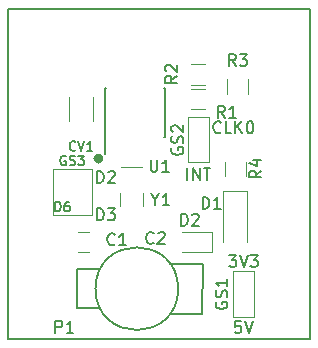
<source format=gbr>
G04 #@! TF.FileFunction,Legend,Top*
%FSLAX46Y46*%
G04 Gerber Fmt 4.6, Leading zero omitted, Abs format (unit mm)*
G04 Created by KiCad (PCBNEW 4.0.6) date 04/09/19 20:00:22*
%MOMM*%
%LPD*%
G01*
G04 APERTURE LIST*
%ADD10C,0.100000*%
%ADD11C,0.150000*%
%ADD12C,0.400000*%
%ADD13C,0.120000*%
G04 APERTURE END LIST*
D10*
D11*
X142660524Y-79896905D02*
X142660524Y-79096905D01*
X142851000Y-79096905D01*
X142965286Y-79135000D01*
X143041477Y-79211190D01*
X143079572Y-79287381D01*
X143117667Y-79439762D01*
X143117667Y-79554048D01*
X143079572Y-79706429D01*
X143041477Y-79782619D01*
X142965286Y-79858810D01*
X142851000Y-79896905D01*
X142660524Y-79896905D01*
X143803381Y-79096905D02*
X143651000Y-79096905D01*
X143574810Y-79135000D01*
X143536715Y-79173095D01*
X143460524Y-79287381D01*
X143422429Y-79439762D01*
X143422429Y-79744524D01*
X143460524Y-79820714D01*
X143498619Y-79858810D01*
X143574810Y-79896905D01*
X143727191Y-79896905D01*
X143803381Y-79858810D01*
X143841477Y-79820714D01*
X143879572Y-79744524D01*
X143879572Y-79554048D01*
X143841477Y-79477857D01*
X143803381Y-79439762D01*
X143727191Y-79401667D01*
X143574810Y-79401667D01*
X143498619Y-79439762D01*
X143460524Y-79477857D01*
X143422429Y-79554048D01*
D12*
X146535009Y-75425000D02*
G75*
G03X146535009Y-75425000I-214009J0D01*
G01*
D11*
X164221000Y-62745000D02*
X138701000Y-62745000D01*
X164221000Y-90685000D02*
X164221000Y-62745000D01*
X138701000Y-90685000D02*
X164221000Y-90685000D01*
X138701000Y-62745000D02*
X138701000Y-90685000D01*
X156675572Y-73181343D02*
X156627953Y-73228962D01*
X156485096Y-73276581D01*
X156389858Y-73276581D01*
X156247000Y-73228962D01*
X156151762Y-73133724D01*
X156104143Y-73038486D01*
X156056524Y-72848010D01*
X156056524Y-72705152D01*
X156104143Y-72514676D01*
X156151762Y-72419438D01*
X156247000Y-72324200D01*
X156389858Y-72276581D01*
X156485096Y-72276581D01*
X156627953Y-72324200D01*
X156675572Y-72371819D01*
X157580334Y-73276581D02*
X157104143Y-73276581D01*
X157104143Y-72276581D01*
X157913667Y-73276581D02*
X157913667Y-72276581D01*
X158485096Y-73276581D02*
X158056524Y-72705152D01*
X158485096Y-72276581D02*
X157913667Y-72848010D01*
X159104143Y-72276581D02*
X159199382Y-72276581D01*
X159294620Y-72324200D01*
X159342239Y-72371819D01*
X159389858Y-72467057D01*
X159437477Y-72657533D01*
X159437477Y-72895629D01*
X159389858Y-73086105D01*
X159342239Y-73181343D01*
X159294620Y-73228962D01*
X159199382Y-73276581D01*
X159104143Y-73276581D01*
X159008905Y-73228962D01*
X158961286Y-73181343D01*
X158913667Y-73086105D01*
X158866048Y-72895629D01*
X158866048Y-72657533D01*
X158913667Y-72467057D01*
X158961286Y-72371819D01*
X159008905Y-72324200D01*
X159104143Y-72276581D01*
X153845038Y-77238981D02*
X153845038Y-76238981D01*
X154321228Y-77238981D02*
X154321228Y-76238981D01*
X154892657Y-77238981D01*
X154892657Y-76238981D01*
X155225990Y-76238981D02*
X155797419Y-76238981D01*
X155511704Y-77238981D02*
X155511704Y-76238981D01*
X146192905Y-80647381D02*
X146192905Y-79647381D01*
X146431000Y-79647381D01*
X146573858Y-79695000D01*
X146669096Y-79790238D01*
X146716715Y-79885476D01*
X146764334Y-80075952D01*
X146764334Y-80218810D01*
X146716715Y-80409286D01*
X146669096Y-80504524D01*
X146573858Y-80599762D01*
X146431000Y-80647381D01*
X146192905Y-80647381D01*
X147097667Y-79647381D02*
X147716715Y-79647381D01*
X147383381Y-80028333D01*
X147526239Y-80028333D01*
X147621477Y-80075952D01*
X147669096Y-80123571D01*
X147716715Y-80218810D01*
X147716715Y-80456905D01*
X147669096Y-80552143D01*
X147621477Y-80599762D01*
X147526239Y-80647381D01*
X147240524Y-80647381D01*
X147145286Y-80599762D01*
X147097667Y-80552143D01*
X146188505Y-77492981D02*
X146188505Y-76492981D01*
X146426600Y-76492981D01*
X146569458Y-76540600D01*
X146664696Y-76635838D01*
X146712315Y-76731076D01*
X146759934Y-76921552D01*
X146759934Y-77064410D01*
X146712315Y-77254886D01*
X146664696Y-77350124D01*
X146569458Y-77445362D01*
X146426600Y-77492981D01*
X146188505Y-77492981D01*
X147140886Y-76588219D02*
X147188505Y-76540600D01*
X147283743Y-76492981D01*
X147521839Y-76492981D01*
X147617077Y-76540600D01*
X147664696Y-76588219D01*
X147712315Y-76683457D01*
X147712315Y-76778695D01*
X147664696Y-76921552D01*
X147093267Y-77492981D01*
X147712315Y-77492981D01*
X157372505Y-83604981D02*
X157991553Y-83604981D01*
X157658219Y-83985933D01*
X157801077Y-83985933D01*
X157896315Y-84033552D01*
X157943934Y-84081171D01*
X157991553Y-84176410D01*
X157991553Y-84414505D01*
X157943934Y-84509743D01*
X157896315Y-84557362D01*
X157801077Y-84604981D01*
X157515362Y-84604981D01*
X157420124Y-84557362D01*
X157372505Y-84509743D01*
X158277267Y-83604981D02*
X158610600Y-84604981D01*
X158943934Y-83604981D01*
X159182029Y-83604981D02*
X159801077Y-83604981D01*
X159467743Y-83985933D01*
X159610601Y-83985933D01*
X159705839Y-84033552D01*
X159753458Y-84081171D01*
X159801077Y-84176410D01*
X159801077Y-84414505D01*
X159753458Y-84509743D01*
X159705839Y-84557362D01*
X159610601Y-84604981D01*
X159324886Y-84604981D01*
X159229648Y-84557362D01*
X159182029Y-84509743D01*
X158369324Y-89192981D02*
X157893133Y-89192981D01*
X157845514Y-89669171D01*
X157893133Y-89621552D01*
X157988371Y-89573933D01*
X158226467Y-89573933D01*
X158321705Y-89621552D01*
X158369324Y-89669171D01*
X158416943Y-89764410D01*
X158416943Y-90002505D01*
X158369324Y-90097743D01*
X158321705Y-90145362D01*
X158226467Y-90192981D01*
X157988371Y-90192981D01*
X157893133Y-90145362D01*
X157845514Y-90097743D01*
X158702657Y-89192981D02*
X159035990Y-90192981D01*
X159369324Y-89192981D01*
D13*
X153859800Y-71930200D02*
X153859800Y-75750200D01*
X153859800Y-75750200D02*
X155639800Y-75750200D01*
X155639800Y-75750200D02*
X155639800Y-71930200D01*
X153859800Y-71930200D02*
X155639800Y-71930200D01*
X150061000Y-78319400D02*
X150061000Y-79419400D01*
X148161000Y-78319400D02*
X148161000Y-79419400D01*
X150011000Y-76169400D02*
X148211000Y-76169400D01*
X158899400Y-82499000D02*
X158899400Y-78199000D01*
X158899400Y-78199000D02*
X156899400Y-78199000D01*
X156899400Y-78199000D02*
X156899400Y-82499000D01*
D11*
X146840800Y-73629200D02*
X146890800Y-73629200D01*
X146840800Y-69479200D02*
X146985800Y-69479200D01*
X151990800Y-69479200D02*
X151845800Y-69479200D01*
X151990800Y-73629200D02*
X151845800Y-73629200D01*
X146840800Y-73629200D02*
X146840800Y-69479200D01*
X151990800Y-73629200D02*
X151990800Y-69479200D01*
X146890800Y-73629200D02*
X146890800Y-75029200D01*
D13*
X157222600Y-69919000D02*
X157222600Y-68719000D01*
X158982600Y-68719000D02*
X158982600Y-69919000D01*
X145547000Y-81677000D02*
X144547000Y-81677000D01*
X144547000Y-83377000D02*
X145547000Y-83377000D01*
X159500600Y-88805800D02*
X159500600Y-84985800D01*
X159500600Y-84985800D02*
X157720600Y-84985800D01*
X157720600Y-84985800D02*
X157720600Y-88805800D01*
X159500600Y-88805800D02*
X157720600Y-88805800D01*
X153859800Y-71930200D02*
X153859800Y-75750200D01*
X153859800Y-75750200D02*
X155639800Y-75750200D01*
X155639800Y-75750200D02*
X155639800Y-71930200D01*
X153859800Y-71930200D02*
X155639800Y-71930200D01*
X154149800Y-69505800D02*
X155349800Y-69505800D01*
X155349800Y-71265800D02*
X154149800Y-71265800D01*
X154149800Y-67423000D02*
X155349800Y-67423000D01*
X155349800Y-69183000D02*
X154149800Y-69183000D01*
X145863800Y-72249400D02*
X145863800Y-70249400D01*
X143823800Y-70249400D02*
X143823800Y-72249400D01*
D11*
X152348200Y-88568600D02*
X155118200Y-88588600D01*
X155118200Y-88588600D02*
X155138200Y-84368600D01*
X155198200Y-84358600D02*
X152418200Y-84368600D01*
X146478200Y-88098600D02*
X144508200Y-88098600D01*
X144508200Y-88028600D02*
X144528200Y-84788600D01*
X144508200Y-84778600D02*
X146438200Y-84778600D01*
X153068329Y-86438600D02*
G75*
G03X153068329Y-86438600I-3500129J0D01*
G01*
D13*
X155945000Y-83326200D02*
X155945000Y-81626200D01*
X155945000Y-81626200D02*
X153395000Y-81626200D01*
X155945000Y-83326200D02*
X153395000Y-83326200D01*
X158779400Y-75678600D02*
X158779400Y-76878600D01*
X157019400Y-76878600D02*
X157019400Y-75678600D01*
X144004600Y-76349800D02*
X142474600Y-76349800D01*
X144004600Y-80169800D02*
X142474600Y-80169800D01*
X142474600Y-76349800D02*
X142474600Y-80169800D01*
X144004600Y-80169800D02*
X145784600Y-80169800D01*
X145784600Y-80169800D02*
X145784600Y-76349800D01*
X144004600Y-76349800D02*
X145784600Y-76349800D01*
D11*
X142672905Y-90167381D02*
X142672905Y-89167381D01*
X143053858Y-89167381D01*
X143149096Y-89215000D01*
X143196715Y-89262619D01*
X143244334Y-89357857D01*
X143244334Y-89500714D01*
X143196715Y-89595952D01*
X143149096Y-89643571D01*
X143053858Y-89691190D01*
X142672905Y-89691190D01*
X144196715Y-90167381D02*
X143625286Y-90167381D01*
X143911000Y-90167381D02*
X143911000Y-89167381D01*
X143815762Y-89310238D01*
X143720524Y-89405476D01*
X143625286Y-89453095D01*
X152549800Y-74530676D02*
X152502181Y-74625914D01*
X152502181Y-74768771D01*
X152549800Y-74911629D01*
X152645038Y-75006867D01*
X152740276Y-75054486D01*
X152930752Y-75102105D01*
X153073610Y-75102105D01*
X153264086Y-75054486D01*
X153359324Y-75006867D01*
X153454562Y-74911629D01*
X153502181Y-74768771D01*
X153502181Y-74673533D01*
X153454562Y-74530676D01*
X153406943Y-74483057D01*
X153073610Y-74483057D01*
X153073610Y-74673533D01*
X153454562Y-74102105D02*
X153502181Y-73959248D01*
X153502181Y-73721152D01*
X153454562Y-73625914D01*
X153406943Y-73578295D01*
X153311705Y-73530676D01*
X153216467Y-73530676D01*
X153121229Y-73578295D01*
X153073610Y-73625914D01*
X153025990Y-73721152D01*
X152978371Y-73911629D01*
X152930752Y-74006867D01*
X152883133Y-74054486D01*
X152787895Y-74102105D01*
X152692657Y-74102105D01*
X152597419Y-74054486D01*
X152549800Y-74006867D01*
X152502181Y-73911629D01*
X152502181Y-73673533D01*
X152549800Y-73530676D01*
X152597419Y-73149724D02*
X152549800Y-73102105D01*
X152502181Y-73006867D01*
X152502181Y-72768771D01*
X152549800Y-72673533D01*
X152597419Y-72625914D01*
X152692657Y-72578295D01*
X152787895Y-72578295D01*
X152930752Y-72625914D01*
X153502181Y-73197343D01*
X153502181Y-72578295D01*
X151124009Y-78896390D02*
X151124009Y-79372581D01*
X150790676Y-78372581D02*
X151124009Y-78896390D01*
X151457343Y-78372581D01*
X152314486Y-79372581D02*
X151743057Y-79372581D01*
X152028771Y-79372581D02*
X152028771Y-78372581D01*
X151933533Y-78515438D01*
X151838295Y-78610676D01*
X151743057Y-78658295D01*
X155129305Y-79677381D02*
X155129305Y-78677381D01*
X155367400Y-78677381D01*
X155510258Y-78725000D01*
X155605496Y-78820238D01*
X155653115Y-78915476D01*
X155700734Y-79105952D01*
X155700734Y-79248810D01*
X155653115Y-79439286D01*
X155605496Y-79534524D01*
X155510258Y-79629762D01*
X155367400Y-79677381D01*
X155129305Y-79677381D01*
X156653115Y-79677381D02*
X156081686Y-79677381D01*
X156367400Y-79677381D02*
X156367400Y-78677381D01*
X156272162Y-78820238D01*
X156176924Y-78915476D01*
X156081686Y-78963095D01*
X150736695Y-75527781D02*
X150736695Y-76337305D01*
X150784314Y-76432543D01*
X150831933Y-76480162D01*
X150927171Y-76527781D01*
X151117648Y-76527781D01*
X151212886Y-76480162D01*
X151260505Y-76432543D01*
X151308124Y-76337305D01*
X151308124Y-75527781D01*
X152308124Y-76527781D02*
X151736695Y-76527781D01*
X152022409Y-76527781D02*
X152022409Y-75527781D01*
X151927171Y-75670638D01*
X151831933Y-75765876D01*
X151736695Y-75813495D01*
X157935934Y-67586981D02*
X157602600Y-67110790D01*
X157364505Y-67586981D02*
X157364505Y-66586981D01*
X157745458Y-66586981D01*
X157840696Y-66634600D01*
X157888315Y-66682219D01*
X157935934Y-66777457D01*
X157935934Y-66920314D01*
X157888315Y-67015552D01*
X157840696Y-67063171D01*
X157745458Y-67110790D01*
X157364505Y-67110790D01*
X158269267Y-66586981D02*
X158888315Y-66586981D01*
X158554981Y-66967933D01*
X158697839Y-66967933D01*
X158793077Y-67015552D01*
X158840696Y-67063171D01*
X158888315Y-67158410D01*
X158888315Y-67396505D01*
X158840696Y-67491743D01*
X158793077Y-67539362D01*
X158697839Y-67586981D01*
X158412124Y-67586981D01*
X158316886Y-67539362D01*
X158269267Y-67491743D01*
X147694334Y-82672143D02*
X147646715Y-82719762D01*
X147503858Y-82767381D01*
X147408620Y-82767381D01*
X147265762Y-82719762D01*
X147170524Y-82624524D01*
X147122905Y-82529286D01*
X147075286Y-82338810D01*
X147075286Y-82195952D01*
X147122905Y-82005476D01*
X147170524Y-81910238D01*
X147265762Y-81815000D01*
X147408620Y-81767381D01*
X147503858Y-81767381D01*
X147646715Y-81815000D01*
X147694334Y-81862619D01*
X148646715Y-82767381D02*
X148075286Y-82767381D01*
X148361000Y-82767381D02*
X148361000Y-81767381D01*
X148265762Y-81910238D01*
X148170524Y-82005476D01*
X148075286Y-82053095D01*
X156281800Y-87586276D02*
X156234181Y-87681514D01*
X156234181Y-87824371D01*
X156281800Y-87967229D01*
X156377038Y-88062467D01*
X156472276Y-88110086D01*
X156662752Y-88157705D01*
X156805610Y-88157705D01*
X156996086Y-88110086D01*
X157091324Y-88062467D01*
X157186562Y-87967229D01*
X157234181Y-87824371D01*
X157234181Y-87729133D01*
X157186562Y-87586276D01*
X157138943Y-87538657D01*
X156805610Y-87538657D01*
X156805610Y-87729133D01*
X157186562Y-87157705D02*
X157234181Y-87014848D01*
X157234181Y-86776752D01*
X157186562Y-86681514D01*
X157138943Y-86633895D01*
X157043705Y-86586276D01*
X156948467Y-86586276D01*
X156853229Y-86633895D01*
X156805610Y-86681514D01*
X156757990Y-86776752D01*
X156710371Y-86967229D01*
X156662752Y-87062467D01*
X156615133Y-87110086D01*
X156519895Y-87157705D01*
X156424657Y-87157705D01*
X156329419Y-87110086D01*
X156281800Y-87062467D01*
X156234181Y-86967229D01*
X156234181Y-86729133D01*
X156281800Y-86586276D01*
X157234181Y-85633895D02*
X157234181Y-86205324D01*
X157234181Y-85919610D02*
X156234181Y-85919610D01*
X156377038Y-86014848D01*
X156472276Y-86110086D01*
X156519895Y-86205324D01*
X152549800Y-74530676D02*
X152502181Y-74625914D01*
X152502181Y-74768771D01*
X152549800Y-74911629D01*
X152645038Y-75006867D01*
X152740276Y-75054486D01*
X152930752Y-75102105D01*
X153073610Y-75102105D01*
X153264086Y-75054486D01*
X153359324Y-75006867D01*
X153454562Y-74911629D01*
X153502181Y-74768771D01*
X153502181Y-74673533D01*
X153454562Y-74530676D01*
X153406943Y-74483057D01*
X153073610Y-74483057D01*
X153073610Y-74673533D01*
X153454562Y-74102105D02*
X153502181Y-73959248D01*
X153502181Y-73721152D01*
X153454562Y-73625914D01*
X153406943Y-73578295D01*
X153311705Y-73530676D01*
X153216467Y-73530676D01*
X153121229Y-73578295D01*
X153073610Y-73625914D01*
X153025990Y-73721152D01*
X152978371Y-73911629D01*
X152930752Y-74006867D01*
X152883133Y-74054486D01*
X152787895Y-74102105D01*
X152692657Y-74102105D01*
X152597419Y-74054486D01*
X152549800Y-74006867D01*
X152502181Y-73911629D01*
X152502181Y-73673533D01*
X152549800Y-73530676D01*
X152597419Y-73149724D02*
X152549800Y-73102105D01*
X152502181Y-73006867D01*
X152502181Y-72768771D01*
X152549800Y-72673533D01*
X152597419Y-72625914D01*
X152692657Y-72578295D01*
X152787895Y-72578295D01*
X152930752Y-72625914D01*
X153502181Y-73197343D01*
X153502181Y-72578295D01*
X157021534Y-71955781D02*
X156688200Y-71479590D01*
X156450105Y-71955781D02*
X156450105Y-70955781D01*
X156831058Y-70955781D01*
X156926296Y-71003400D01*
X156973915Y-71051019D01*
X157021534Y-71146257D01*
X157021534Y-71289114D01*
X156973915Y-71384352D01*
X156926296Y-71431971D01*
X156831058Y-71479590D01*
X156450105Y-71479590D01*
X157973915Y-71955781D02*
X157402486Y-71955781D01*
X157688200Y-71955781D02*
X157688200Y-70955781D01*
X157592962Y-71098638D01*
X157497724Y-71193876D01*
X157402486Y-71241495D01*
X152966981Y-68418866D02*
X152490790Y-68752200D01*
X152966981Y-68990295D02*
X151966981Y-68990295D01*
X151966981Y-68609342D01*
X152014600Y-68514104D01*
X152062219Y-68466485D01*
X152157457Y-68418866D01*
X152300314Y-68418866D01*
X152395552Y-68466485D01*
X152443171Y-68514104D01*
X152490790Y-68609342D01*
X152490790Y-68990295D01*
X152062219Y-68037914D02*
X152014600Y-67990295D01*
X151966981Y-67895057D01*
X151966981Y-67656961D01*
X152014600Y-67561723D01*
X152062219Y-67514104D01*
X152157457Y-67466485D01*
X152252695Y-67466485D01*
X152395552Y-67514104D01*
X152966981Y-68085533D01*
X152966981Y-67466485D01*
X144367610Y-74684714D02*
X144329515Y-74722810D01*
X144215229Y-74760905D01*
X144139039Y-74760905D01*
X144024753Y-74722810D01*
X143948562Y-74646619D01*
X143910467Y-74570429D01*
X143872372Y-74418048D01*
X143872372Y-74303762D01*
X143910467Y-74151381D01*
X143948562Y-74075190D01*
X144024753Y-73999000D01*
X144139039Y-73960905D01*
X144215229Y-73960905D01*
X144329515Y-73999000D01*
X144367610Y-74037095D01*
X144596181Y-73960905D02*
X144862848Y-74760905D01*
X145129515Y-73960905D01*
X145815229Y-74760905D02*
X145358086Y-74760905D01*
X145586657Y-74760905D02*
X145586657Y-73960905D01*
X145510467Y-74075190D01*
X145434276Y-74151381D01*
X145358086Y-74189476D01*
X150984334Y-82552143D02*
X150936715Y-82599762D01*
X150793858Y-82647381D01*
X150698620Y-82647381D01*
X150555762Y-82599762D01*
X150460524Y-82504524D01*
X150412905Y-82409286D01*
X150365286Y-82218810D01*
X150365286Y-82075952D01*
X150412905Y-81885476D01*
X150460524Y-81790238D01*
X150555762Y-81695000D01*
X150698620Y-81647381D01*
X150793858Y-81647381D01*
X150936715Y-81695000D01*
X150984334Y-81742619D01*
X151365286Y-81742619D02*
X151412905Y-81695000D01*
X151508143Y-81647381D01*
X151746239Y-81647381D01*
X151841477Y-81695000D01*
X151889096Y-81742619D01*
X151936715Y-81837857D01*
X151936715Y-81933095D01*
X151889096Y-82075952D01*
X151317667Y-82647381D01*
X151936715Y-82647381D01*
X153300505Y-81099781D02*
X153300505Y-80099781D01*
X153538600Y-80099781D01*
X153681458Y-80147400D01*
X153776696Y-80242638D01*
X153824315Y-80337876D01*
X153871934Y-80528352D01*
X153871934Y-80671210D01*
X153824315Y-80861686D01*
X153776696Y-80956924D01*
X153681458Y-81052162D01*
X153538600Y-81099781D01*
X153300505Y-81099781D01*
X154252886Y-80195019D02*
X154300505Y-80147400D01*
X154395743Y-80099781D01*
X154633839Y-80099781D01*
X154729077Y-80147400D01*
X154776696Y-80195019D01*
X154824315Y-80290257D01*
X154824315Y-80385495D01*
X154776696Y-80528352D01*
X154205267Y-81099781D01*
X154824315Y-81099781D01*
X160093381Y-76441666D02*
X159617190Y-76775000D01*
X160093381Y-77013095D02*
X159093381Y-77013095D01*
X159093381Y-76632142D01*
X159141000Y-76536904D01*
X159188619Y-76489285D01*
X159283857Y-76441666D01*
X159426714Y-76441666D01*
X159521952Y-76489285D01*
X159569571Y-76536904D01*
X159617190Y-76632142D01*
X159617190Y-77013095D01*
X159426714Y-75584523D02*
X160093381Y-75584523D01*
X159045762Y-75822619D02*
X159760048Y-76060714D01*
X159760048Y-75441666D01*
X143538619Y-75205000D02*
X143462428Y-75166905D01*
X143348143Y-75166905D01*
X143233857Y-75205000D01*
X143157666Y-75281190D01*
X143119571Y-75357381D01*
X143081476Y-75509762D01*
X143081476Y-75624048D01*
X143119571Y-75776429D01*
X143157666Y-75852619D01*
X143233857Y-75928810D01*
X143348143Y-75966905D01*
X143424333Y-75966905D01*
X143538619Y-75928810D01*
X143576714Y-75890714D01*
X143576714Y-75624048D01*
X143424333Y-75624048D01*
X143881476Y-75928810D02*
X143995762Y-75966905D01*
X144186238Y-75966905D01*
X144262428Y-75928810D01*
X144300524Y-75890714D01*
X144338619Y-75814524D01*
X144338619Y-75738333D01*
X144300524Y-75662143D01*
X144262428Y-75624048D01*
X144186238Y-75585952D01*
X144033857Y-75547857D01*
X143957666Y-75509762D01*
X143919571Y-75471667D01*
X143881476Y-75395476D01*
X143881476Y-75319286D01*
X143919571Y-75243095D01*
X143957666Y-75205000D01*
X144033857Y-75166905D01*
X144224333Y-75166905D01*
X144338619Y-75205000D01*
X144605286Y-75166905D02*
X145100524Y-75166905D01*
X144833857Y-75471667D01*
X144948143Y-75471667D01*
X145024333Y-75509762D01*
X145062429Y-75547857D01*
X145100524Y-75624048D01*
X145100524Y-75814524D01*
X145062429Y-75890714D01*
X145024333Y-75928810D01*
X144948143Y-75966905D01*
X144719571Y-75966905D01*
X144643381Y-75928810D01*
X144605286Y-75890714D01*
M02*

</source>
